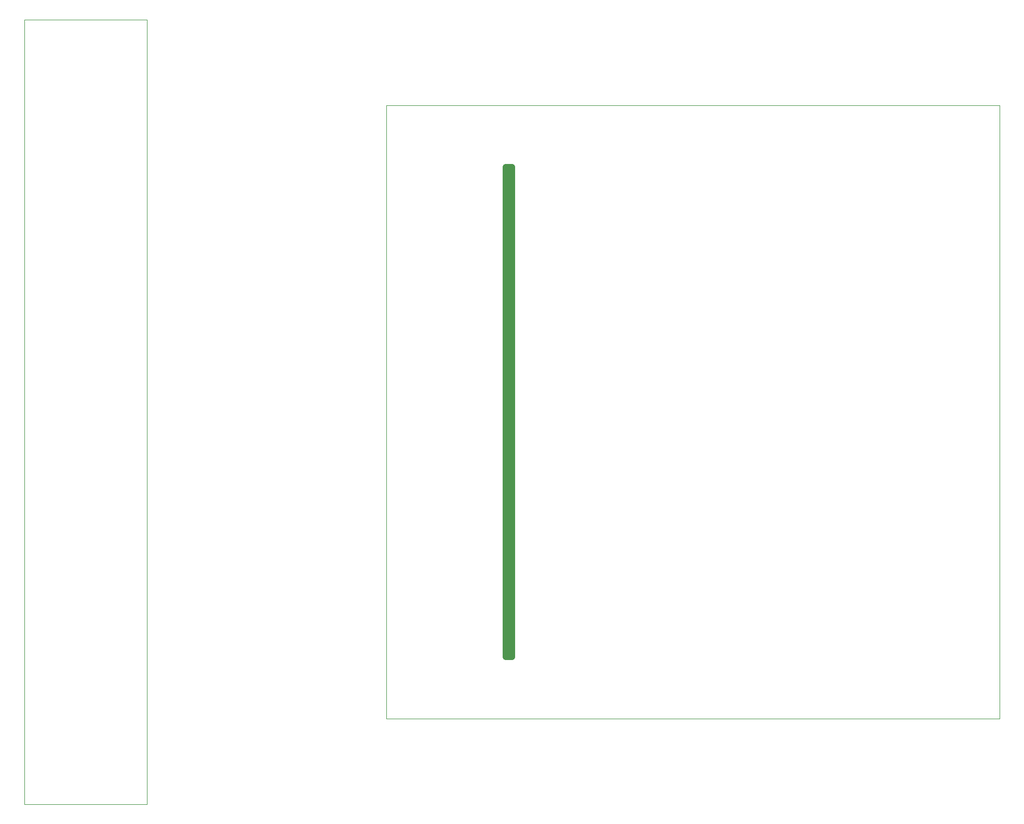
<source format=gbr>
%TF.GenerationSoftware,KiCad,Pcbnew,(5.1.5)-3*%
%TF.CreationDate,2020-03-17T21:27:54+01:00*%
%TF.ProjectId,KicadJE-EuroPowerSupply2,4b696361-644a-4452-9d45-75726f506f77,Rev A*%
%TF.SameCoordinates,Original*%
%TF.FileFunction,Profile,NP*%
%FSLAX46Y46*%
G04 Gerber Fmt 4.6, Leading zero omitted, Abs format (unit mm)*
G04 Created by KiCad (PCBNEW (5.1.5)-3) date 2020-03-17 21:27:54*
%MOMM*%
%LPD*%
G04 APERTURE LIST*
%ADD10C,0.050000*%
%ADD11C,1.000000*%
G04 APERTURE END LIST*
D10*
X-9000000Y-164000000D02*
X-9000000Y-36000000D01*
X11000000Y-164000000D02*
X-9000000Y-164000000D01*
X11000000Y-36000000D02*
X11000000Y-164000000D01*
X-9000000Y-36000000D02*
X11000000Y-36000000D01*
D11*
X69500000Y-60000000D02*
X70500000Y-60000000D01*
X69500000Y-140000000D02*
X70500000Y-140000000D01*
X70500000Y-60000000D02*
X70500000Y-140000000D01*
X69500000Y-60000000D02*
X69500000Y-140000000D01*
D10*
X50000000Y-150000000D02*
X50000000Y-50000000D01*
X150000000Y-150000000D02*
X50000000Y-150000000D01*
X150000000Y-50000000D02*
X150000000Y-150000000D01*
X50000000Y-50000000D02*
X150000000Y-50000000D01*
M02*

</source>
